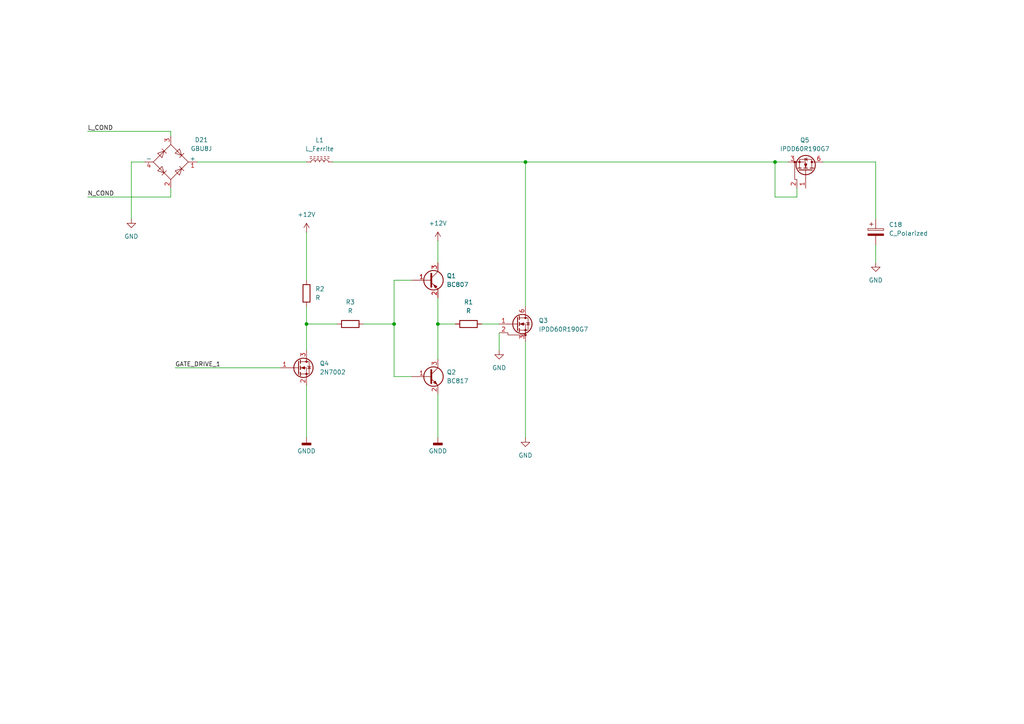
<source format=kicad_sch>
(kicad_sch (version 20240417) (generator "eeschema") (generator_version "8.99")
  (paper "A4")
  (title_block (company "Kiwi Devices Limited"))
  (lib_symbols
    (symbol "Device:C_Polarized" (pin_numbers hide) (pin_names (offset 0.254))
      (property "Reference" "C" (at 0.635 2.54 0))
      (property "Value" "C_Polarized" (at 0.635 -2.54 0))
      (symbol "C_Polarized_0_1"
        (rectangle (start -2.286 0.508) (end 2.286 1.016))
        (polyline (pts (xy -1.778 2.286) (xy -0.762 2.286)))
        (polyline (pts (xy -1.27 2.794) (xy -1.27 1.778)))
        (rectangle (start 2.286 -0.508) (end -2.286 -1.016) (fill (type outline)))
      )
      (symbol "C_Polarized_1_1"
        (pin passive line (at 0 3.81 270) (length 2.794) (name "~") (number "1"))
        (pin passive line (at 0 -3.81 90) (length 2.794) (name "~") (number "2"))
      )
    )
    (symbol "Device:L_Ferrite" (pin_numbers hide) (pin_names (offset 1.016) hide)
      (property "Reference" "L" (at -1.27 0 90))
      (property "Value" "L_Ferrite" (at 2.794 0 90))
      (symbol "L_Ferrite_0_1"
        (arc (start 0 2.54) (mid 0.6323 1.905) (end 0 1.27))
        (arc (start 0 1.27) (mid 0.6323 0.635) (end 0 0))
        (arc (start 0 0) (mid 0.6323 -0.635) (end 0 -1.27))
        (arc (start 0 -1.27) (mid 0.6323 -1.905) (end 0 -2.54))
        (polyline (pts (xy 1.016 2.286) (xy 1.016 2.794)))
        (polyline (pts (xy 1.016 1.27) (xy 1.016 1.778)))
        (polyline (pts (xy 1.016 0.254) (xy 1.016 0.762)))
        (polyline (pts (xy 1.016 -0.762) (xy 1.016 -0.254)))
        (polyline (pts (xy 1.016 -1.778) (xy 1.016 -1.27)))
        (polyline (pts (xy 1.016 -2.794) (xy 1.016 -2.286)))
        (polyline (pts (xy 1.524 2.794) (xy 1.524 2.286)))
        (polyline (pts (xy 1.524 1.778) (xy 1.524 1.27)))
        (polyline (pts (xy 1.524 0.762) (xy 1.524 0.254)))
        (polyline (pts (xy 1.524 -0.254) (xy 1.524 -0.762)))
        (polyline (pts (xy 1.524 -1.27) (xy 1.524 -1.778)))
        (polyline (pts (xy 1.524 -2.286) (xy 1.524 -2.794)))
      )
      (symbol "L_Ferrite_1_1"
        (pin passive line (at 0 3.81 270) (length 1.27) (name "1") (number "1"))
        (pin passive line (at 0 -3.81 90) (length 1.27) (name "2") (number "2"))
      )
    )
    (symbol "Device:R" (pin_numbers hide) (pin_names (offset 0))
      (property "Reference" "R" (at 2.032 0 90))
      (property "Value" "R" (at 0 0 90))
      (symbol "R_0_1"
        (rectangle (start -1.016 -2.54) (end 1.016 2.54) (stroke (width 0.254)))
      )
      (symbol "R_1_1"
        (pin passive line (at 0 3.81 270) (length 1.27) (name "~") (number "1"))
        (pin passive line (at 0 -3.81 90) (length 1.27) (name "~") (number "2"))
      )
    )
    (symbol "Diode_Bridge:GBU8J" (pin_names (offset 0))
      (property "Reference" "D" (at 2.54 6.985 0))
      (property "Value" "GBU8J" (at 2.54 5.08 0))
      (symbol "GBU8J_0_1"
        (polyline (pts (xy -5.08 0) (xy 0 -5.08) (xy 5.08 0) (xy 0 5.08) (xy -5.08 0)))
        (polyline (pts (xy -3.81 2.54) (xy -2.54 1.27) (xy -1.905 3.175) (xy -3.81 2.54)))
        (polyline (pts (xy -2.54 3.81) (xy -1.27 2.54)))
        (polyline (pts (xy -2.54 -1.27) (xy -3.81 -2.54) (xy -1.905 -3.175) (xy -2.54 -1.27)))
        (polyline (pts (xy -1.27 -2.54) (xy -2.54 -3.81)))
        (polyline (pts (xy 1.27 2.54) (xy 2.54 3.81) (xy 3.175 1.905) (xy 1.27 2.54)))
        (polyline (pts (xy 2.54 1.27) (xy 3.81 2.54)))
        (polyline (pts (xy 2.54 -1.27) (xy 3.81 -2.54)))
        (polyline (pts (xy 3.175 -1.905) (xy 1.27 -2.54) (xy 2.54 -3.81) (xy 3.175 -1.905)))
      )
      (symbol "GBU8J_1_1"
        (pin passive line (at 7.62 0 180) (length 2.54) (name "+") (number "1"))
        (pin passive line (at 0 -7.62 90) (length 2.54) (name "~") (number "2"))
        (pin passive line (at 0 7.62 270) (length 2.54) (name "~") (number "3"))
        (pin passive line (at -7.62 0 0) (length 2.54) (name "-") (number "4"))
      )
    )
    (symbol "Transistor_BJT:BC807" (pin_names (offset 0) hide)
      (property "Reference" "Q" (at 5.08 1.905 0))
      (property "Value" "BC807" (at 5.08 0 0))
      (symbol "BC807_0_1"
        (polyline (pts (xy 0.635 1.905) (xy 0.635 -1.905) (xy 0.635 -1.905)) (stroke (width 0.508)))
        (polyline (pts (xy 0.635 0.635) (xy 2.54 2.54)))
        (polyline (pts (xy 0.635 -0.635) (xy 2.54 -2.54) (xy 2.54 -2.54)))
        (circle (center 1.27 0) (radius 2.8194) (stroke (width 0.254)))
        (polyline (pts (xy 2.286 -1.778) (xy 1.778 -2.286) (xy 1.27 -1.27) (xy 2.286 -1.778) (xy 2.286 -1.778)) (fill (type outline)))
      )
      (symbol "BC807_1_1"
        (pin input line (at -5.08 0 0) (length 5.715) (name "B") (number "1"))
        (pin passive line (at 2.54 -5.08 90) (length 2.54) (name "E") (number "2"))
        (pin passive line (at 2.54 5.08 270) (length 2.54) (name "C") (number "3"))
      )
    )
    (symbol "Transistor_BJT:BC817" (pin_names (offset 0) hide)
      (property "Reference" "Q" (at 5.08 1.905 0))
      (property "Value" "BC817" (at 5.08 0 0))
      (symbol "BC817_0_1"
        (polyline (pts (xy 0.635 1.905) (xy 0.635 -1.905) (xy 0.635 -1.905)) (stroke (width 0.508)))
        (polyline (pts (xy 0.635 0.635) (xy 2.54 2.54)))
        (polyline (pts (xy 0.635 -0.635) (xy 2.54 -2.54) (xy 2.54 -2.54)))
        (circle (center 1.27 0) (radius 2.8194) (stroke (width 0.254)))
        (polyline (pts (xy 1.27 -1.778) (xy 1.778 -1.27) (xy 2.286 -2.286) (xy 1.27 -1.778) (xy 1.27 -1.778)) (fill (type outline)))
      )
      (symbol "BC817_1_1"
        (pin input line (at -5.08 0 0) (length 5.715) (name "B") (number "1"))
        (pin passive line (at 2.54 -5.08 90) (length 2.54) (name "E") (number "2"))
        (pin passive line (at 2.54 5.08 270) (length 2.54) (name "C") (number "3"))
      )
    )
    (symbol "Transistor_FET:2N7002" (pin_names hide)
      (property "Reference" "Q" (at 5.08 1.905 0))
      (property "Value" "2N7002" (at 5.08 0 0))
      (symbol "2N7002_0_1"
        (polyline (pts (xy 0.254 1.905) (xy 0.254 -1.905)) (stroke (width 0.254)))
        (polyline (pts (xy 0.254 0) (xy -2.54 0)))
        (polyline (pts (xy 0.762 2.286) (xy 0.762 1.27)) (stroke (width 0.254)))
        (polyline (pts (xy 0.762 0.508) (xy 0.762 -0.508)) (stroke (width 0.254)))
        (polyline (pts (xy 0.762 -1.27) (xy 0.762 -2.286)) (stroke (width 0.254)))
        (polyline (pts (xy 0.762 -1.778) (xy 3.302 -1.778) (xy 3.302 1.778) (xy 0.762 1.778)))
        (polyline (pts (xy 1.016 0) (xy 2.032 0.381) (xy 2.032 -0.381) (xy 1.016 0)) (fill (type outline)))
        (circle (center 1.651 0) (radius 2.794) (stroke (width 0.254)))
        (polyline (pts (xy 2.54 2.54) (xy 2.54 1.778)))
        (circle (center 2.54 1.778) (radius 0.254) (fill (type outline)))
        (circle (center 2.54 -1.778) (radius 0.254) (fill (type outline)))
        (polyline (pts (xy 2.54 -2.54) (xy 2.54 0) (xy 0.762 0)))
        (polyline (pts (xy 2.794 0.508) (xy 2.921 0.381) (xy 3.683 0.381) (xy 3.81 0.254)))
        (polyline (pts (xy 3.302 0.381) (xy 2.921 -0.254) (xy 3.683 -0.254) (xy 3.302 0.381)))
      )
      (symbol "2N7002_1_1"
        (pin input line (at -5.08 0 0) (length 2.54) (name "G") (number "1"))
        (pin passive line (at 2.54 -5.08 90) (length 2.54) (name "S") (number "2"))
        (pin passive line (at 2.54 5.08 270) (length 2.54) (name "D") (number "3"))
      )
    )
    (symbol "Transistor_FET:IPDD60R190G7" (pin_names hide)
      (property "Reference" "Q" (at 5.08 1.905 0))
      (property "Value" "IPDD60R190G7" (at 5.08 0 0))
      (symbol "IPDD60R190G7_0_1"
        (polyline (pts (xy -2.54 -2.54) (xy -2.54 -3.175) (xy 2.54 -3.175)))
        (polyline (pts (xy 0.254 1.905) (xy 0.254 -1.905)) (stroke (width 0.254)))
        (polyline (pts (xy 0.254 0) (xy -2.54 0)))
        (polyline (pts (xy 0.762 2.286) (xy 0.762 1.27)) (stroke (width 0.254)))
        (polyline (pts (xy 0.762 0.508) (xy 0.762 -0.508)) (stroke (width 0.254)))
        (polyline (pts (xy 0.762 -1.27) (xy 0.762 -2.286)) (stroke (width 0.254)))
        (polyline (pts (xy 0.762 -1.778) (xy 3.302 -1.778) (xy 3.302 1.778) (xy 0.762 1.778)))
        (polyline (pts (xy 1.016 0) (xy 2.032 0.381) (xy 2.032 -0.381) (xy 1.016 0)) (fill (type outline)))
        (circle (center 1.651 0) (radius 2.794) (stroke (width 0.254)))
        (polyline (pts (xy 2.54 2.54) (xy 2.54 1.778)))
        (circle (center 2.54 1.778) (radius 0.254) (fill (type outline)))
        (circle (center 2.54 -1.778) (radius 0.254) (fill (type outline)))
        (polyline (pts (xy 2.54 -2.54) (xy 2.54 0) (xy 0.762 0)))
        (circle (center 2.54 -3.175) (radius 0.2794) (fill (type outline)))
        (polyline (pts (xy 2.794 0.508) (xy 2.921 0.381) (xy 3.683 0.381) (xy 3.81 0.254)))
        (polyline (pts (xy 3.302 0.381) (xy 2.921 -0.254) (xy 3.683 -0.254) (xy 3.302 0.381)))
      )
      (symbol "IPDD60R190G7_1_1"
        (pin input line (at -5.08 0 0) (length 2.54) (name "G") (number "1"))
        (pin passive line (at 2.54 5.08 270) (length 2.54) hide (name "D") (number "10"))
        (pin passive line (at -5.08 -2.54 0) (length 2.54) (name "DS") (number "2"))
        (pin passive line (at 2.54 -5.08 90) (length 2.54) (name "PS") (number "3"))
        (pin passive line (at 2.54 -5.08 90) (length 2.54) hide (name "PS") (number "4"))
        (pin passive line (at 2.54 -5.08 90) (length 2.54) hide (name "PS") (number "5"))
        (pin passive line (at 2.54 5.08 270) (length 2.54) (name "D") (number "6"))
        (pin passive line (at 2.54 5.08 270) (length 2.54) hide (name "D") (number "7"))
        (pin passive line (at 2.54 5.08 270) (length 2.54) hide (name "D") (number "8"))
        (pin passive line (at 2.54 5.08 270) (length 2.54) hide (name "D") (number "9"))
      )
    )
    (symbol "power:+12V" (power) (pin_numbers hide) (pin_names (offset 0) hide)
      (property "Value" "+12V" (at 0 3.556 0))
      (symbol "+12V_0_1"
        (polyline (pts (xy -0.762 1.27) (xy 0 2.54)))
        (polyline (pts (xy 0 2.54) (xy 0.762 1.27)))
        (polyline (pts (xy 0 0) (xy 0 2.54)))
      )
      (symbol "+12V_1_1"
        (pin power_in line (at 0 0 90) (length 0) (name "~") (number "1"))
      )
    )
    (symbol "power:GND" (power) (pin_numbers hide) (pin_names (offset 0) hide)
      (property "Value" "GND" (at 0 -3.81 0))
      (symbol "GND_0_1"
        (polyline (pts (xy 0 0) (xy 0 -1.27) (xy 1.27 -1.27) (xy 0 -2.54) (xy -1.27 -1.27) (xy 0 -1.27)))
      )
      (symbol "GND_1_1"
        (pin power_in line (at 0 0 270) (length 0) (name "~") (number "1"))
      )
    )
    (symbol "power:GNDD" (power) (pin_numbers hide) (pin_names (offset 0) hide)
      (property "Value" "GNDD" (at 0 -3.175 0))
      (symbol "GNDD_0_1"
        (rectangle (start -1.27 -1.524) (end 1.27 -2.032) (stroke (width 0.254)) (fill (type outline)))
        (polyline (pts (xy 0 0) (xy 0 -1.524)))
      )
      (symbol "GNDD_1_1"
        (pin power_in line (at 0 0 270) (length 0) (name "~") (number "1"))
      )
    )
  )
  (junction (at 114.3 93.98))
  (junction (at 127 93.98))
  (junction (at 152.4 46.99))
  (junction (at 88.9 93.98))
  (junction (at 224.79 46.99))
  (wire (pts (xy 119.38 81.28) (xy 114.3 81.28)))
  (wire (pts (xy 231.14 57.15) (xy 224.79 57.15)))
  (wire (pts (xy 114.3 109.22) (xy 119.38 109.22)))
  (wire (pts (xy 105.41 93.98) (xy 114.3 93.98)))
  (wire (pts (xy 114.3 81.28) (xy 114.3 93.98)))
  (wire (pts (xy 238.76 46.99) (xy 254 46.99)))
  (wire (pts (xy 49.53 54.61) (xy 49.53 57.15)))
  (wire (pts (xy 114.3 93.98) (xy 114.3 109.22)))
  (wire (pts (xy 254 71.12) (xy 254 76.2)))
  (wire (pts (xy 88.9 111.76) (xy 88.9 127)))
  (wire (pts (xy 127 86.36) (xy 127 93.98)))
  (wire (pts (xy 88.9 67.31) (xy 88.9 81.28)))
  (wire (pts (xy 57.15 46.99) (xy 88.9 46.99)))
  (wire (pts (xy 88.9 93.98) (xy 97.79 93.98)))
  (wire (pts (xy 127 93.98) (xy 127 104.14)))
  (wire (pts (xy 224.79 46.99) (xy 228.6 46.99)))
  (wire (pts (xy 50.8 106.68) (xy 81.28 106.68)))
  (wire (pts (xy 88.9 93.98) (xy 88.9 101.6)))
  (wire (pts (xy 127 114.3) (xy 127 127)))
  (wire (pts (xy 88.9 88.9) (xy 88.9 93.98)))
  (wire (pts (xy 96.52 46.99) (xy 152.4 46.99)))
  (wire (pts (xy 224.79 46.99) (xy 224.79 57.15)))
  (wire (pts (xy 25.4 57.15) (xy 49.53 57.15)))
  (wire (pts (xy 127 93.98) (xy 132.08 93.98)))
  (wire (pts (xy 144.78 96.52) (xy 144.78 101.6)))
  (wire (pts (xy 152.4 99.06) (xy 152.4 127)))
  (wire (pts (xy 152.4 46.99) (xy 224.79 46.99)))
  (wire (pts (xy 25.4 38.1) (xy 49.53 38.1)))
  (wire (pts (xy 38.1 46.99) (xy 38.1 63.5)))
  (wire (pts (xy 127 69.85) (xy 127 76.2)))
  (wire (pts (xy 139.7 93.98) (xy 144.78 93.98)))
  (wire (pts (xy 49.53 39.37) (xy 49.53 38.1)))
  (wire (pts (xy 254 46.99) (xy 254 63.5)))
  (wire (pts (xy 41.91 46.99) (xy 38.1 46.99)))
  (wire (pts (xy 152.4 46.99) (xy 152.4 88.9)))
  (wire (pts (xy 231.14 54.61) (xy 231.14 57.15)))
  (label "L_COND" (at 25.4 38.1 0))
  (label "GATE_DRIVE_1" (at 50.8 106.68 0))
  (label "N_COND" (at 25.4 57.15 0))
  (symbol (lib_id "power:+12V") (at 88.9 67.31 0) (unit 1)
    (property "Reference" "#PWR026" (effects (hide yes)))
    (property "Value" "+12V" (at 88.9 62.23 0))
    (property "Description" "Power symbol creates a global label with name \"+12V\"" (effects (hide yes)))
  )
  (symbol (lib_id "power:GNDD") (at 127 127 0) (unit 1)
    (property "Reference" "#PWR025" (effects (hide yes)))
    (property "Value" "GNDD" (at 127 130.81 0))
    (property "Description" "Power symbol creates a global label with name \"GNDD\" , digital ground" (effects (hide yes)))
  )
  (symbol (lib_id "Device:C_Polarized") (at 254 67.31 0) (unit 1)
    (property "Reference" "C18" (at 257.81 65.1509 0) (effects (justify left)))
    (property "Value" "C_Polarized" (at 257.81 67.6909 0) (effects (justify left)))
    (property "Description" "Polarized capacitor" (effects (hide yes)))
  )
  (symbol (lib_id "Transistor_BJT:BC807") (at 124.46 81.28 0) (unit 1)
    (property "Reference" "Q1" (at 129.54 80.0099 0) (effects (justify left)))
    (property "Value" "BC807" (at 129.54 82.5499 0) (effects (justify left)))
    (property "Footprint" "Package_TO_SOT_SMD:SOT-23" (effects (hide yes)))
    (property "Datasheet" "https://www.onsemi.com/pub/Collateral/BC808-D.pdf" (effects (hide yes)))
    (property "Description" "0.8A Ic, 45V Vce, PNP Transistor, SOT-23" (effects (hide yes)))
  )
  (symbol (lib_id "Device:R") (at 135.89 93.98 90) (unit 1)
    (property "Reference" "R1" (at 135.89 87.63 90))
    (property "Value" "R" (at 135.89 90.17 90))
    (property "Description" "Resistor" (effects (hide yes)))
  )
  (symbol (lib_id "Transistor_FET:IPDD60R190G7") (at 233.68 49.53 270) (mirror x) (unit 1)
    (property "Reference" "Q5" (at 233.4133 40.64 90))
    (property "Value" "IPDD60R190G7" (at 233.4133 43.18 90))
    (property "Footprint" "Package_TO_SOT_SMD:Infineon_PG-HDSOP-10-1" (effects (hide yes)))
    (property "Datasheet" "https://www.infineon.com/dgdl/Infineon-IPDD60R190G7-DS-v02_00-EN.pdf?fileId=5546d4626102d35a01617087dc0f79ea" (effects (hide yes)))
    (property "Description" "13A Id, 600V Vds, 190mOhm, N-Channel MOSFET, CoolMOS G7, PG-HDSOP-10-1 (DDPAK)" (effects (hide yes)))
  )
  (symbol (lib_id "power:GNDD") (at 88.9 127 0) (unit 1)
    (property "Reference" "#PWR027" (effects (hide yes)))
    (property "Value" "GNDD" (at 88.9 130.81 0))
    (property "Description" "Power symbol creates a global label with name \"GNDD\" , digital ground" (effects (hide yes)))
  )
  (symbol (lib_id "power:GND") (at 152.4 127 0) (unit 1)
    (property "Reference" "#PWR028" (effects (hide yes)))
    (property "Value" "GND" (at 152.4 132.08 0))
    (property "Description" "Power symbol creates a global label with name \"GND\" , ground" (effects (hide yes)))
  )
  (symbol (lib_id "Transistor_FET:2N7002") (at 86.36 106.68 0) (unit 1)
    (property "Reference" "Q4" (at 92.71 105.4099 0) (effects (justify left)))
    (property "Value" "2N7002" (at 92.71 107.9499 0) (effects (justify left)))
    (property "Footprint" "Package_TO_SOT_SMD:SOT-23" (effects (hide yes)))
    (property "Datasheet" "https://www.onsemi.com/pub/Collateral/NDS7002A-D.PDF" (effects (hide yes)))
    (property "Description" "0.115A Id, 60V Vds, N-Channel MOSFET, SOT-23" (effects (hide yes)))
  )
  (symbol (lib_id "Device:L_Ferrite") (at 92.71 46.99 90) (unit 1)
    (property "Reference" "L1" (at 92.71 40.64 90))
    (property "Value" "L_Ferrite" (at 92.71 43.18 90))
    (property "Description" "Inductor with ferrite core" (effects (hide yes)))
  )
  (symbol (lib_id "Diode_Bridge:GBU8J") (at 49.53 46.99 0) (unit 1)
    (property "Reference" "D21" (at 58.42 40.5698 0))
    (property "Value" "GBU8J" (at 58.42 43.1098 0))
    (property "Footprint" "Diode_THT:Diode_Bridge_Vishay_GBU" (effects (hide yes)))
    (property "Datasheet" "http://www.vishay.com/docs/88656/gbu8a.pdf" (effects (hide yes)))
    (property "Description" "Single-Phase Bridge Rectifier, 420V Vrms, 8.0A If, GBU package" (effects (hide yes)))
  )
  (symbol (lib_id "Transistor_BJT:BC817") (at 124.46 109.22 0) (unit 1)
    (property "Reference" "Q2" (at 129.54 107.9499 0) (effects (justify left)))
    (property "Value" "BC817" (at 129.54 110.4899 0) (effects (justify left)))
    (property "Footprint" "Package_TO_SOT_SMD:SOT-23" (effects (hide yes)))
    (property "Datasheet" "https://www.onsemi.com/pub/Collateral/BC818-D.pdf" (effects (hide yes)))
    (property "Description" "0.8A Ic, 45V Vce, NPN Transistor, SOT-23" (effects (hide yes)))
  )
  (symbol (lib_id "Device:R") (at 88.9 85.09 180) (unit 1)
    (property "Reference" "R2" (at 91.44 83.8199 0) (effects (justify right)))
    (property "Value" "R" (at 91.44 86.3599 0) (effects (justify right)))
    (property "Description" "Resistor" (effects (hide yes)))
  )
  (symbol (lib_id "power:GND") (at 38.1 63.5 0) (unit 1)
    (property "Reference" "#PWR031" (effects (hide yes)))
    (property "Value" "GND" (at 38.1 68.58 0))
    (property "Description" "Power symbol creates a global label with name \"GND\" , ground" (effects (hide yes)))
  )
  (symbol (lib_id "Device:R") (at 101.6 93.98 90) (unit 1)
    (property "Reference" "R3" (at 101.6 87.63 90))
    (property "Value" "R" (at 101.6 90.17 90))
    (property "Description" "Resistor" (effects (hide yes)))
  )
  (symbol (lib_id "power:GND") (at 144.78 101.6 0) (unit 1)
    (property "Reference" "#PWR029" (effects (hide yes)))
    (property "Value" "GND" (at 144.78 106.68 0))
    (property "Description" "Power symbol creates a global label with name \"GND\" , ground" (effects (hide yes)))
  )
  (symbol (lib_id "power:GND") (at 254 76.2 0) (unit 1)
    (property "Reference" "#PWR030" (effects (hide yes)))
    (property "Value" "GND" (at 254 81.28 0))
    (property "Description" "Power symbol creates a global label with name \"GND\" , ground" (effects (hide yes)))
  )
  (symbol (lib_id "Transistor_FET:IPDD60R190G7") (at 149.86 93.98 0) (unit 1)
    (property "Reference" "Q3" (at 156.21 92.9766 0) (effects (justify left)))
    (property "Value" "IPDD60R190G7" (at 156.21 95.5166 0) (effects (justify left)))
    (property "Footprint" "Package_TO_SOT_SMD:Infineon_PG-HDSOP-10-1" (effects (hide yes)))
    (property "Datasheet" "https://www.infineon.com/dgdl/Infineon-IPDD60R190G7-DS-v02_00-EN.pdf?fileId=5546d4626102d35a01617087dc0f79ea" (effects (hide yes)))
    (property "Description" "13A Id, 600V Vds, 190mOhm, N-Channel MOSFET, CoolMOS G7, PG-HDSOP-10-1 (DDPAK)" (effects (hide yes)))
  )
  (symbol (lib_id "power:+12V") (at 127 69.85 0) (unit 1)
    (property "Reference" "#PWR024" (effects (hide yes)))
    (property "Value" "+12V" (at 127 64.77 0))
    (property "Description" "Power symbol creates a global label with name \"+12V\"" (effects (hide yes)))
  )
)
</source>
